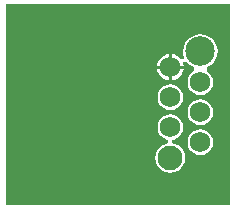
<source format=gbl>
G04*
G04 #@! TF.GenerationSoftware,Altium Limited,CircuitStudio,1.5.2 (30)*
G04*
G04 Layer_Physical_Order=2*
G04 Layer_Color=16711680*
%FSLAX24Y24*%
%MOIN*%
G70*
G01*
G75*
%ADD14C,0.0689*%
%ADD15C,0.0984*%
%ADD16C,0.0827*%
%ADD17C,0.0276*%
G36*
X7673Y201D02*
X201D01*
Y6886D01*
X7673D01*
Y201D01*
D02*
G37*
%LPC*%
G36*
X6691Y3720D02*
X6580Y3706D01*
X6478Y3663D01*
X6389Y3595D01*
X6321Y3507D01*
X6279Y3404D01*
X6264Y3293D01*
X6279Y3183D01*
X6321Y3080D01*
X6389Y2991D01*
X6478Y2924D01*
X6580Y2881D01*
X6691Y2866D01*
X6801Y2881D01*
X6904Y2924D01*
X6993Y2991D01*
X7061Y3080D01*
X7103Y3183D01*
X7118Y3293D01*
X7103Y3404D01*
X7061Y3507D01*
X6993Y3595D01*
X6904Y3663D01*
X6801Y3706D01*
X6691Y3720D01*
D02*
G37*
G36*
Y2720D02*
X6580Y2706D01*
X6478Y2663D01*
X6389Y2595D01*
X6321Y2507D01*
X6279Y2404D01*
X6264Y2293D01*
X6279Y2183D01*
X6321Y2080D01*
X6389Y1991D01*
X6478Y1924D01*
X6580Y1881D01*
X6691Y1866D01*
X6801Y1881D01*
X6904Y1924D01*
X6993Y1991D01*
X7061Y2080D01*
X7103Y2183D01*
X7118Y2293D01*
X7103Y2404D01*
X7061Y2507D01*
X6993Y2595D01*
X6904Y2663D01*
X6801Y2706D01*
X6691Y2720D01*
D02*
G37*
G36*
X5691Y3220D02*
X5580Y3206D01*
X5478Y3163D01*
X5389Y3095D01*
X5321Y3007D01*
X5279Y2904D01*
X5264Y2793D01*
X5279Y2683D01*
X5321Y2580D01*
X5389Y2491D01*
X5478Y2424D01*
X5580Y2381D01*
X5620Y2376D01*
X5620Y2257D01*
X5562Y2249D01*
X5443Y2200D01*
X5340Y2121D01*
X5261Y2018D01*
X5211Y1898D01*
X5195Y1770D01*
X5211Y1641D01*
X5261Y1522D01*
X5340Y1419D01*
X5443Y1340D01*
X5562Y1290D01*
X5691Y1273D01*
X5819Y1290D01*
X5939Y1340D01*
X6042Y1419D01*
X6121Y1522D01*
X6170Y1641D01*
X6187Y1770D01*
X6170Y1898D01*
X6121Y2018D01*
X6042Y2121D01*
X5939Y2200D01*
X5819Y2249D01*
X5762Y2257D01*
X5762Y2376D01*
X5801Y2381D01*
X5904Y2424D01*
X5993Y2491D01*
X6061Y2580D01*
X6103Y2683D01*
X6118Y2793D01*
X6103Y2904D01*
X6061Y3007D01*
X5993Y3095D01*
X5904Y3163D01*
X5801Y3206D01*
X5691Y3220D01*
D02*
G37*
G36*
Y4220D02*
X5580Y4206D01*
X5478Y4163D01*
X5389Y4095D01*
X5321Y4007D01*
X5279Y3904D01*
X5264Y3793D01*
X5279Y3683D01*
X5321Y3580D01*
X5389Y3491D01*
X5478Y3424D01*
X5580Y3381D01*
X5691Y3366D01*
X5801Y3381D01*
X5904Y3424D01*
X5993Y3491D01*
X6061Y3580D01*
X6103Y3683D01*
X6118Y3793D01*
X6103Y3904D01*
X6061Y4007D01*
X5993Y4095D01*
X5904Y4163D01*
X5801Y4206D01*
X5691Y4220D01*
D02*
G37*
G36*
X5641Y5235D02*
X5575Y5226D01*
X5467Y5182D01*
X5374Y5110D01*
X5303Y5017D01*
X5258Y4909D01*
X5249Y4843D01*
X5641D01*
Y5235D01*
D02*
G37*
G36*
X6691Y5893D02*
X6542Y5873D01*
X6403Y5816D01*
X6284Y5724D01*
X6192Y5605D01*
X6135Y5466D01*
X6115Y5317D01*
X6129Y5210D01*
X6135Y5168D01*
X6148Y5130D01*
X6158Y5103D01*
X6142Y5095D01*
X6142Y5095D01*
X6142Y5095D01*
X6119Y5081D01*
X6072Y5054D01*
X6058Y5046D01*
X6057Y5047D01*
X6008Y5110D01*
X5915Y5182D01*
X5807Y5226D01*
X5741Y5235D01*
Y4843D01*
X6133D01*
X6124Y4909D01*
X6118Y4928D01*
X6114Y4943D01*
X6129Y4952D01*
X6129Y4952D01*
X6129Y4952D01*
X6153Y4965D01*
X6199Y4992D01*
X6214Y5001D01*
X6215Y5000D01*
X6284Y4910D01*
X6403Y4818D01*
X6473Y4789D01*
X6478Y4663D01*
X6389Y4595D01*
X6321Y4507D01*
X6279Y4404D01*
X6264Y4293D01*
X6279Y4183D01*
X6321Y4080D01*
X6389Y3991D01*
X6478Y3924D01*
X6580Y3881D01*
X6691Y3866D01*
X6801Y3881D01*
X6904Y3924D01*
X6993Y3991D01*
X7061Y4080D01*
X7103Y4183D01*
X7118Y4293D01*
X7103Y4404D01*
X7061Y4507D01*
X6993Y4595D01*
X6904Y4663D01*
X6908Y4789D01*
X6979Y4818D01*
X7098Y4910D01*
X7190Y5029D01*
X7247Y5168D01*
X7267Y5317D01*
X7247Y5466D01*
X7190Y5605D01*
X7098Y5724D01*
X6979Y5816D01*
X6840Y5873D01*
X6691Y5893D01*
D02*
G37*
G36*
X5641Y4743D02*
X5249D01*
X5258Y4677D01*
X5303Y4569D01*
X5374Y4476D01*
X5467Y4405D01*
X5575Y4360D01*
X5641Y4352D01*
Y4743D01*
D02*
G37*
G36*
X6133D02*
X5741D01*
Y4352D01*
X5807Y4360D01*
X5915Y4405D01*
X6008Y4476D01*
X6079Y4569D01*
X6124Y4677D01*
X6133Y4743D01*
D02*
G37*
%LPD*%
D14*
X6691Y4293D02*
D03*
X5691Y4793D02*
D03*
X6691Y3293D02*
D03*
Y2293D02*
D03*
X5691Y3793D02*
D03*
Y2793D02*
D03*
D15*
X6691Y5317D02*
D03*
D16*
X5691Y1770D02*
D03*
D17*
X4045Y2333D02*
D03*
X2451Y2087D02*
D03*
X4892Y2815D02*
D03*
X4734Y4331D02*
D03*
X3917Y5108D02*
D03*
X2648Y5522D02*
D03*
X1270Y5089D02*
D03*
X5089Y5600D02*
D03*
X4764Y1388D02*
D03*
X3140D02*
D03*
X1772Y1447D02*
D03*
X837Y2067D02*
D03*
X7480Y5118D02*
D03*
Y3543D02*
D03*
Y1969D02*
D03*
X1969Y394D02*
D03*
X3543D02*
D03*
X5118D02*
D03*
X6693D02*
D03*
Y6693D02*
D03*
X5118D02*
D03*
X3543D02*
D03*
X1969D02*
D03*
X394Y3543D02*
D03*
X7480Y394D02*
D03*
Y6693D02*
D03*
X394D02*
D03*
Y394D02*
D03*
X4360Y3494D02*
D03*
X3455Y3356D02*
D03*
X3553Y4213D02*
D03*
M02*

</source>
